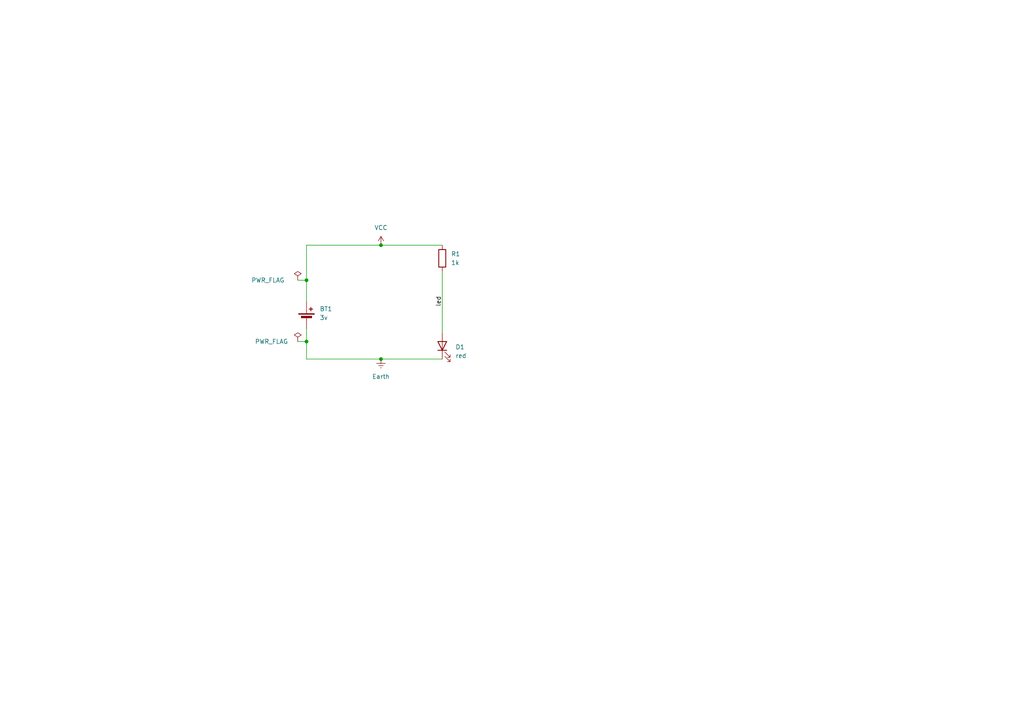
<source format=kicad_sch>
(kicad_sch (version 20250114) (generator "eeschema") (generator_version "9.0")
  (paper "A4")
  (lib_symbols
    (symbol "Device:Battery_Cell" (pin_numbers (hide yes)) (pin_names (offset 0) (hide yes))
      (property "Reference" "BT" (at 2.54 2.54 0))
      (property "Value" "Battery_Cell" (at 2.54 0 0))
      (symbol "Battery_Cell_0_1"
        (rectangle (start -2.286 1.778) (end 2.286 1.524) (fill (type outline)))
        (rectangle (start -1.524 1.016) (end 1.524 0.508) (fill (type outline)))
        (polyline (pts (xy 0 1.778) (xy 0 2.54)))
        (polyline (pts (xy 0 0.762) (xy 0 0)))
        (polyline (pts (xy 0.762 3.048) (xy 1.778 3.048)) (stroke (width 0.254)))
        (polyline (pts (xy 1.27 3.556) (xy 1.27 2.54)) (stroke (width 0.254)))
      )
      (symbol "Battery_Cell_1_1"
        (pin passive line (at 0 5.08 270) (length 2.54) (name "+") (number "1"))
        (pin passive line (at 0 -2.54 90) (length 2.54) (name "-") (number "2"))
      )
    )
    (symbol "Device:LED" (pin_numbers (hide yes)) (pin_names (offset 1.016) (hide yes))
      (property "Reference" "D" (at 0 2.54 0))
      (property "Value" "LED" (at 0 -2.54 0))
      (symbol "LED_0_1"
        (polyline (pts (xy -3.048 -0.762) (xy -4.572 -2.286) (xy -3.81 -2.286) (xy -4.572 -2.286) (xy -4.572 -1.524)))
        (polyline (pts (xy -1.778 -0.762) (xy -3.302 -2.286) (xy -2.54 -2.286) (xy -3.302 -2.286) (xy -3.302 -1.524)))
        (polyline (pts (xy -1.27 0) (xy 1.27 0)))
        (polyline (pts (xy -1.27 -1.27) (xy -1.27 1.27)) (stroke (width 0.254)))
        (polyline (pts (xy 1.27 -1.27) (xy 1.27 1.27) (xy -1.27 0) (xy 1.27 -1.27)) (stroke (width 0.254)))
      )
      (symbol "LED_1_1"
        (pin passive line (at -3.81 0 0) (length 2.54) (name "K") (number "1"))
        (pin passive line (at 3.81 0 180) (length 2.54) (name "A") (number "2"))
      )
    )
    (symbol "Device:R" (pin_numbers (hide yes)) (pin_names (offset 0))
      (property "Reference" "R" (at 2.032 0 90))
      (property "Value" "R" (at 0 0 90))
      (symbol "R_0_1"
        (rectangle (start -1.016 -2.54) (end 1.016 2.54) (stroke (width 0.254)))
      )
      (symbol "R_1_1"
        (pin passive line (at 0 3.81 270) (length 1.27) (name "~") (number "1"))
        (pin passive line (at 0 -3.81 90) (length 1.27) (name "~") (number "2"))
      )
    )
    (symbol "power:Earth" (power) (pin_numbers (hide yes)) (pin_names (offset 0) (hide yes))
      (property "Value" "Earth" (at 0 -3.81 0))
      (symbol "Earth_0_1"
        (polyline (pts (xy -0.635 -1.905) (xy 0.635 -1.905)))
        (polyline (pts (xy -0.127 -2.54) (xy 0.127 -2.54)))
        (polyline (pts (xy 0 -1.27) (xy 0 0)))
        (polyline (pts (xy 1.27 -1.27) (xy -1.27 -1.27)))
      )
      (symbol "Earth_1_1"
        (pin power_in line (at 0 0 270) (length 0) (name "~") (number "1"))
      )
    )
    (symbol "power:PWR_FLAG" (power) (pin_numbers (hide yes)) (pin_names (offset 0) (hide yes))
      (property "Value" "PWR_FLAG" (at 0 3.81 0))
      (symbol "PWR_FLAG_0_0"
        (pin power_out line (at 0 0 90) (length 0) (name "~") (number "1"))
      )
      (symbol "PWR_FLAG_0_1"
        (polyline (pts (xy 0 0) (xy 0 1.27) (xy -1.016 1.905) (xy 0 2.54) (xy 1.016 1.905) (xy 0 1.27)))
      )
    )
    (symbol "power:VCC" (power) (pin_numbers (hide yes)) (pin_names (offset 0) (hide yes))
      (property "Value" "VCC" (at 0 3.556 0))
      (symbol "VCC_0_1"
        (polyline (pts (xy -0.762 1.27) (xy 0 2.54)))
        (polyline (pts (xy 0 2.54) (xy 0.762 1.27)))
        (polyline (pts (xy 0 0) (xy 0 2.54)))
      )
      (symbol "VCC_1_1"
        (pin power_in line (at 0 0 90) (length 0) (name "~") (number "1"))
      )
    )
  )
  (junction (at 88.9 81.28))
  (junction (at 110.49 104.14))
  (junction (at 88.9 99.06))
  (junction (at 110.49 71.12))
  (wire (pts (xy 86.36 99.06) (xy 88.9 99.06)))
  (wire (pts (xy 88.9 81.28) (xy 88.9 71.12)))
  (wire (pts (xy 86.36 81.28) (xy 88.9 81.28)))
  (wire (pts (xy 88.9 99.06) (xy 88.9 95.25)))
  (wire (pts (xy 110.49 104.14) (xy 88.9 104.14)))
  (wire (pts (xy 88.9 71.12) (xy 110.49 71.12)))
  (wire (pts (xy 88.9 104.14) (xy 88.9 99.06)))
  (wire (pts (xy 110.49 71.12) (xy 128.27 71.12)))
  (wire (pts (xy 128.27 78.74) (xy 128.27 96.52)))
  (wire (pts (xy 128.27 104.14) (xy 110.49 104.14)))
  (wire (pts (xy 88.9 87.63) (xy 88.9 81.28)))
  (label "" (at 86.36 97.79 0))
  (label "" (at 88.9 96.52 90))
  (label "led" (at 128.27 88.9 90))
  (symbol (lib_id "power:Earth") (at 110.49 104.14 0) (unit 1)
    (property "Reference" "#PWR01" (effects (hide yes)))
    (property "Value" "Earth" (at 110.49 109.22 0))
    (property "Description" "Power symbol creates a global label with name \"Earth\"" (effects (hide yes)))
  )
  (symbol (lib_id "power:VCC") (at 110.49 71.12 0) (unit 1)
    (property "Reference" "#PWR02" (effects (hide yes)))
    (property "Value" "VCC" (at 110.49 66.04 0))
    (property "Description" "Power symbol creates a global label with name \"VCC\"" (effects (hide yes)))
  )
  (symbol (lib_id "power:PWR_FLAG") (at 86.36 81.28 0) (unit 1)
    (property "Reference" "#FLG01" (effects (hide yes)))
    (property "Value" "PWR_FLAG" (at 77.724 81.28 0))
    (property "Description" "Special symbol for telling ERC where power comes from" (effects (hide yes)))
  )
  (symbol (lib_id "Device:Battery_Cell") (at 88.9 92.71 0) (unit 1)
    (property "Reference" "BT1" (at 92.71 89.5984 0) (effects (justify left)))
    (property "Value" "3v" (at 92.71 92.1384 0) (effects (justify left)))
    (property "Footprint" "Battery:BatteryHolder_Keystone_1058_1x2032" (effects (hide yes)))
    (property "Description" "Single-cell battery" (effects (hide yes)))
    (property "Sim.Device" "V" (effects (hide yes)))
    (property "Sim.Type" "DC" (effects (hide yes)))
    (property "Sim.Pins" "1=+ 2=-" (effects (hide yes)))
  )
  (symbol (lib_id "Device:R") (at 128.27 74.93 0) (unit 1)
    (property "Reference" "R1" (at 130.81 73.6599 0) (effects (justify left)))
    (property "Value" "1k" (at 130.81 76.1999 0) (effects (justify left)))
    (property "Footprint" "Resistor_SMD:R_0603_1608Metric" (effects (hide yes)))
    (property "Description" "Resistor" (effects (hide yes)))
  )
  (symbol (lib_id "power:PWR_FLAG") (at 86.36 99.06 0) (unit 1)
    (property "Reference" "#FLG02" (effects (hide yes)))
    (property "Value" "PWR_FLAG" (at 78.74 99.06 0))
    (property "Description" "Special symbol for telling ERC where power comes from" (effects (hide yes)))
  )
  (symbol (lib_id "Device:LED") (at 128.27 100.33 90) (unit 1)
    (property "Reference" "D1" (at 132.08 100.6474 90) (effects (justify right)))
    (property "Value" "red" (at 132.08 103.1874 90) (effects (justify right)))
    (property "Footprint" "LED_SMD:LED_1206_3216Metric" (effects (hide yes)))
    (property "Description" "Light emitting diode" (effects (hide yes)))
    (property "Sim.Pins" "1=K 2=A" (effects (hide yes)))
  )
)
</source>
